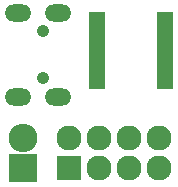
<source format=gbr>
G04 #@! TF.GenerationSoftware,KiCad,Pcbnew,no-vcs-found-7664~57~ubuntu16.10.1*
G04 #@! TF.CreationDate,2017-02-22T20:41:29+01:00*
G04 #@! TF.ProjectId,MysX2USB,4D797358325553422E6B696361645F70,rev?*
G04 #@! TF.FileFunction,Soldermask,Bot*
G04 #@! TF.FilePolarity,Negative*
%FSLAX46Y46*%
G04 Gerber Fmt 4.6, Leading zero omitted, Abs format (unit mm)*
G04 Created by KiCad (PCBNEW no-vcs-found-7664~57~ubuntu16.10.1) date Wed Feb 22 20:41:29 2017*
%MOMM*%
%LPD*%
G01*
G04 APERTURE LIST*
%ADD10C,0.100000*%
%ADD11O,2.250000X1.450000*%
%ADD12C,1.050000*%
%ADD13R,2.432000X2.432000*%
%ADD14O,2.432000X2.432000*%
%ADD15R,2.127200X2.127200*%
%ADD16O,2.127200X2.127200*%
%ADD17R,1.400000X0.800000*%
G04 APERTURE END LIST*
D10*
D11*
X115248400Y-112027000D03*
X115248400Y-119177000D03*
X118698400Y-112027000D03*
X118698400Y-119177000D03*
D12*
X117373400Y-113602000D03*
X117373400Y-117602000D03*
D13*
X115747800Y-125196600D03*
D14*
X115747800Y-122656600D03*
D15*
X119583200Y-125196600D03*
D16*
X119583200Y-122656600D03*
X122123200Y-125196600D03*
X122123200Y-122656600D03*
X124663200Y-125196600D03*
X124663200Y-122656600D03*
X127203200Y-125196600D03*
X127203200Y-122656600D03*
D17*
X127766400Y-112289400D03*
X127766400Y-112939400D03*
X127766400Y-113589400D03*
X127766400Y-114239400D03*
X127766400Y-114889400D03*
X127766400Y-115539400D03*
X127766400Y-116189400D03*
X127766400Y-116839400D03*
X127766400Y-117489400D03*
X127766400Y-118139400D03*
X121966400Y-118139400D03*
X121966400Y-117489400D03*
X121966400Y-116839400D03*
X121966400Y-116189400D03*
X121966400Y-115539400D03*
X121966400Y-114889400D03*
X121966400Y-114239400D03*
X121966400Y-113589400D03*
X121966400Y-112939400D03*
X121966400Y-112289400D03*
M02*

</source>
